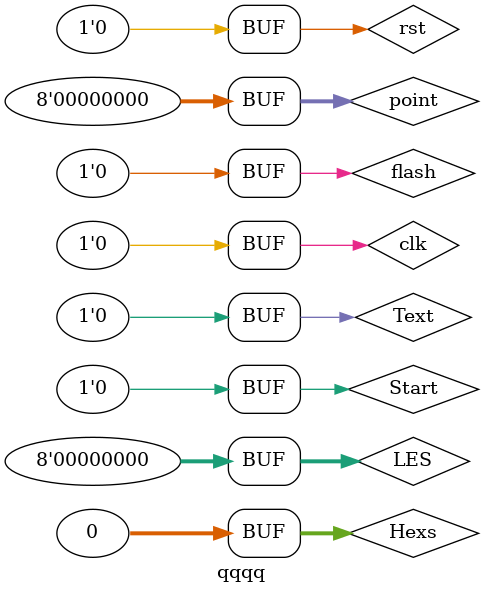
<source format=v>
`timescale 1ns / 1ps


module qqqq;

	// Inputs
	reg clk;
	reg rst;
	reg Start;
	reg Text;
	reg flash;
	reg [31:0] Hexs;
	reg [7:0] point;
	reg [7:0] LES;

	// Outputs
	wire segclk;
	wire segsout;
	wire SEGEN;
	wire segclrn;

	// Instantiate the Unit Under Test (UUT)
	Display uut (
		.clk(clk), 
		.rst(rst), 
		.Start(Start), 
		.Text(Text), 
		.flash(flash), 
		.Hexs(Hexs), 
		.point(point), 
		.LES(LES), 
		.segclk(segclk), 
		.segsout(segsout), 
		.SEGEN(SEGEN), 
		.segclrn(segclrn)
	);

	initial begin
		// Initialize Inputs
		clk = 0;
		rst = 0;
		Start = 0;
		Text = 0;
		flash = 0;
		Hexs = 0;
		point = 0;
		LES = 0;

		// Wait 100 ns for global reset to finish
		#100;
        
		// Add stimulus here

	end
      
endmodule


</source>
